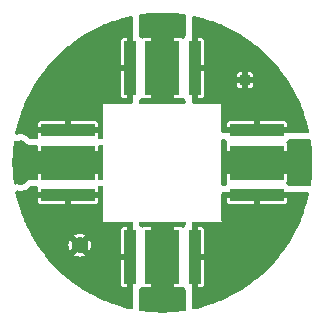
<source format=gbr>
%TF.GenerationSoftware,KiCad,Pcbnew,7.0.7*%
%TF.CreationDate,2024-01-24T10:18:05-05:00*%
%TF.ProjectId,LED_board,4c45445f-626f-4617-9264-2e6b69636164,rev?*%
%TF.SameCoordinates,Original*%
%TF.FileFunction,Copper,L1,Top*%
%TF.FilePolarity,Positive*%
%FSLAX46Y46*%
G04 Gerber Fmt 4.6, Leading zero omitted, Abs format (unit mm)*
G04 Created by KiCad (PCBNEW 7.0.7) date 2024-01-24 10:18:05*
%MOMM*%
%LPD*%
G01*
G04 APERTURE LIST*
%TA.AperFunction,ComponentPad*%
%ADD10C,1.400000*%
%TD*%
%TA.AperFunction,ComponentPad*%
%ADD11R,0.850000X0.850000*%
%TD*%
%TA.AperFunction,SMDPad,CuDef*%
%ADD12R,1.000000X4.600000*%
%TD*%
%TA.AperFunction,SMDPad,CuDef*%
%ADD13R,3.000000X4.600000*%
%TD*%
%TA.AperFunction,SMDPad,CuDef*%
%ADD14R,4.600000X1.000000*%
%TD*%
%TA.AperFunction,SMDPad,CuDef*%
%ADD15R,4.600000X3.000000*%
%TD*%
%TA.AperFunction,ViaPad*%
%ADD16C,0.800000*%
%TD*%
G04 APERTURE END LIST*
D10*
%TO.P,J1,1,Pin_1*%
%TO.N,/Vin*%
X93000000Y-107000000D03*
%TD*%
D11*
%TO.P,J2,1,Pin_1*%
%TO.N,/GND*%
X107000000Y-93000000D03*
%TD*%
D12*
%TO.P,D2,1*%
%TO.N,/GND*%
X102750000Y-92000000D03*
%TO.P,D2,2*%
%TO.N,Net-(D1-Pad1)*%
X97250000Y-92000000D03*
D13*
%TO.P,D2,3,EXP*%
%TO.N,unconnected-(D2-EXP-Pad3)*%
X100000000Y-92000000D03*
%TD*%
D14*
%TO.P,D4,1*%
%TO.N,/GND*%
X108000000Y-97250000D03*
%TO.P,D4,2*%
%TO.N,Net-(D3-Pad1)*%
X108000000Y-102750000D03*
D15*
%TO.P,D4,3,EXP*%
%TO.N,unconnected-(D4-EXP-Pad3)*%
X108000000Y-100000000D03*
%TD*%
D14*
%TO.P,D1,1*%
%TO.N,Net-(D1-Pad1)*%
X92000000Y-97250000D03*
%TO.P,D1,2*%
%TO.N,/Vin*%
X92000000Y-102750000D03*
D15*
%TO.P,D1,3,EXP*%
%TO.N,unconnected-(D1-EXP-Pad3)*%
X92000000Y-100000000D03*
%TD*%
D12*
%TO.P,D3,1*%
%TO.N,Net-(D3-Pad1)*%
X102750000Y-108000000D03*
%TO.P,D3,2*%
%TO.N,/Vin*%
X97250000Y-108000000D03*
D13*
%TO.P,D3,3,EXP*%
%TO.N,unconnected-(D3-EXP-Pad3)*%
X100000000Y-108000000D03*
%TD*%
D16*
%TO.N,unconnected-(D3-EXP-Pad3)*%
X99000000Y-111000000D03*
X100000000Y-111000000D03*
X101000000Y-111000000D03*
X101500000Y-112000000D03*
X100500000Y-112000000D03*
X99500000Y-112000000D03*
X98500000Y-112000000D03*
%TO.N,unconnected-(D4-EXP-Pad3)*%
X111000000Y-99000000D03*
X111000000Y-100000000D03*
X111000000Y-101000000D03*
X112000000Y-101500000D03*
X112000000Y-100500000D03*
X112000000Y-99500000D03*
X112000000Y-98500000D03*
%TO.N,unconnected-(D2-EXP-Pad3)*%
X99000000Y-89000000D03*
X100000000Y-89000000D03*
X101000000Y-89000000D03*
X101500000Y-88000000D03*
X100500000Y-88000000D03*
X99500000Y-88000000D03*
X98500000Y-88000000D03*
%TO.N,unconnected-(D1-EXP-Pad3)*%
X89000000Y-99000000D03*
X89000000Y-100000000D03*
X89000000Y-101000000D03*
X88000000Y-101500000D03*
X88000000Y-100500000D03*
X88000000Y-99500000D03*
X88000000Y-98500000D03*
%TD*%
%TA.AperFunction,Conductor*%
%TO.N,/Vin*%
G36*
X89410774Y-102019685D02*
G01*
X89456529Y-102072489D01*
X89466473Y-102141647D01*
X89465352Y-102148191D01*
X89450000Y-102225371D01*
X89450000Y-102500000D01*
X94550000Y-102500000D01*
X94550000Y-102225373D01*
X94549999Y-102225371D01*
X94534648Y-102148191D01*
X94540875Y-102078599D01*
X94583739Y-102023422D01*
X94649628Y-102000178D01*
X94656265Y-102000000D01*
X94875500Y-102000000D01*
X94942539Y-102019685D01*
X94988294Y-102072489D01*
X94999500Y-102124000D01*
X94999500Y-104975467D01*
X94999416Y-104975889D01*
X94999459Y-105000001D01*
X94999500Y-105000099D01*
X94999616Y-105000382D01*
X94999618Y-105000384D01*
X94999808Y-105000462D01*
X95000000Y-105000541D01*
X95000002Y-105000539D01*
X95024616Y-105000524D01*
X95024616Y-105000528D01*
X95024760Y-105000500D01*
X97370500Y-105000500D01*
X97437539Y-105020185D01*
X97483294Y-105072989D01*
X97494500Y-105124499D01*
X97494500Y-105124500D01*
X97494500Y-105199875D01*
X97502532Y-105289627D01*
X97502531Y-105289626D01*
X97510351Y-105332967D01*
X97510352Y-105332968D01*
X97514247Y-105347167D01*
X97512999Y-105417026D01*
X97500000Y-105438496D01*
X97500000Y-110563302D01*
X97517484Y-110595322D01*
X97515375Y-110654557D01*
X97515586Y-110654599D01*
X97515326Y-110655918D01*
X97515303Y-110656588D01*
X97514982Y-110657683D01*
X97514976Y-110657705D01*
X97494500Y-110800124D01*
X97494500Y-112293734D01*
X97474815Y-112360773D01*
X97422011Y-112406528D01*
X97352853Y-112416472D01*
X97346309Y-112415351D01*
X97243948Y-112394991D01*
X97105123Y-112363305D01*
X96553312Y-112220964D01*
X96416447Y-112181534D01*
X95873481Y-112008475D01*
X95739080Y-111961446D01*
X95206648Y-111758206D01*
X95173542Y-111744493D01*
X95075098Y-111703716D01*
X94554901Y-111470942D01*
X94426616Y-111409164D01*
X93920300Y-111147595D01*
X93857978Y-111113151D01*
X93795665Y-111078712D01*
X93304809Y-110789163D01*
X93270566Y-110767647D01*
X93184238Y-110713403D01*
X92712077Y-110397916D01*
X92710380Y-110396782D01*
X92594257Y-110314388D01*
X92461456Y-110214445D01*
X92138902Y-109971699D01*
X92027558Y-109882903D01*
X91592161Y-109515244D01*
X91485966Y-109420343D01*
X91071869Y-109028849D01*
X90971150Y-108928130D01*
X90579656Y-108514033D01*
X90484755Y-108407838D01*
X90351473Y-108250000D01*
X96500000Y-108250000D01*
X96500000Y-110324628D01*
X96514503Y-110397540D01*
X96514505Y-110397544D01*
X96569760Y-110480239D01*
X96652455Y-110535494D01*
X96652459Y-110535496D01*
X96725371Y-110549999D01*
X96725374Y-110550000D01*
X97000000Y-110550000D01*
X97000000Y-108250000D01*
X96500000Y-108250000D01*
X90351473Y-108250000D01*
X90117096Y-107972441D01*
X90044915Y-107881931D01*
X90028301Y-107861098D01*
X89685609Y-107405739D01*
X89646394Y-107350471D01*
X89603225Y-107289631D01*
X89409700Y-107000000D01*
X92045403Y-107000000D01*
X92063744Y-107186230D01*
X92118069Y-107365313D01*
X92174868Y-107471577D01*
X92462580Y-107183865D01*
X92523903Y-107150380D01*
X92593594Y-107155364D01*
X92649528Y-107197235D01*
X92660742Y-107215246D01*
X92667296Y-107228109D01*
X92672358Y-107238044D01*
X92672363Y-107238050D01*
X92761949Y-107327636D01*
X92761951Y-107327637D01*
X92761955Y-107327641D01*
X92784747Y-107339254D01*
X92835542Y-107387228D01*
X92852337Y-107455049D01*
X92829799Y-107521184D01*
X92816132Y-107537419D01*
X92528421Y-107825129D01*
X92634688Y-107881931D01*
X92813769Y-107936255D01*
X93000000Y-107954596D01*
X93186230Y-107936255D01*
X93365311Y-107881931D01*
X93471577Y-107825130D01*
X93396447Y-107750000D01*
X96500000Y-107750000D01*
X97000000Y-107750000D01*
X97000000Y-105450000D01*
X96725373Y-105450000D01*
X96652459Y-105464503D01*
X96652455Y-105464505D01*
X96569760Y-105519760D01*
X96514505Y-105602455D01*
X96514503Y-105602459D01*
X96500000Y-105675371D01*
X96500000Y-107750000D01*
X93396447Y-107750000D01*
X93183866Y-107537419D01*
X93150381Y-107476096D01*
X93155365Y-107406404D01*
X93197237Y-107350471D01*
X93215245Y-107339258D01*
X93238045Y-107327641D01*
X93327641Y-107238045D01*
X93339254Y-107215252D01*
X93387225Y-107164458D01*
X93455046Y-107147661D01*
X93521181Y-107170197D01*
X93537419Y-107183866D01*
X93825130Y-107471577D01*
X93881931Y-107365311D01*
X93936255Y-107186230D01*
X93954596Y-107000000D01*
X93936255Y-106813769D01*
X93881931Y-106634688D01*
X93825129Y-106528421D01*
X93537419Y-106816132D01*
X93476096Y-106849617D01*
X93406404Y-106844633D01*
X93350471Y-106802761D01*
X93339256Y-106784751D01*
X93327641Y-106761955D01*
X93327637Y-106761951D01*
X93327636Y-106761949D01*
X93238050Y-106672363D01*
X93238044Y-106672358D01*
X93228109Y-106667296D01*
X93215250Y-106660744D01*
X93164456Y-106612773D01*
X93147660Y-106544952D01*
X93170197Y-106478817D01*
X93183865Y-106462580D01*
X93471577Y-106174868D01*
X93365313Y-106118069D01*
X93186230Y-106063744D01*
X93000000Y-106045403D01*
X92813769Y-106063744D01*
X92634692Y-106118067D01*
X92528422Y-106174869D01*
X92816133Y-106462580D01*
X92849618Y-106523903D01*
X92844634Y-106593595D01*
X92802762Y-106649528D01*
X92784748Y-106660745D01*
X92761956Y-106672358D01*
X92761949Y-106672363D01*
X92672363Y-106761949D01*
X92672358Y-106761956D01*
X92660745Y-106784748D01*
X92612770Y-106835544D01*
X92544949Y-106852338D01*
X92478814Y-106829800D01*
X92462580Y-106816133D01*
X92174869Y-106528422D01*
X92118067Y-106634692D01*
X92063744Y-106813769D01*
X92045403Y-107000000D01*
X89409700Y-107000000D01*
X89311036Y-106852338D01*
X89286596Y-106815761D01*
X89252783Y-106761949D01*
X89210845Y-106695206D01*
X88921285Y-106204330D01*
X88873610Y-106118069D01*
X88852417Y-106079725D01*
X88590832Y-105573378D01*
X88529057Y-105445098D01*
X88338920Y-105020185D01*
X88296277Y-104924887D01*
X88241787Y-104793335D01*
X88038545Y-104260898D01*
X87991524Y-104126516D01*
X87818464Y-103583549D01*
X87779035Y-103446687D01*
X87663811Y-103000000D01*
X89450000Y-103000000D01*
X89450000Y-103274628D01*
X89464503Y-103347540D01*
X89464505Y-103347544D01*
X89519760Y-103430239D01*
X89602455Y-103485494D01*
X89602459Y-103485496D01*
X89675371Y-103499999D01*
X89675374Y-103500000D01*
X91750000Y-103500000D01*
X91750000Y-103000000D01*
X92250000Y-103000000D01*
X92250000Y-103500000D01*
X94324626Y-103500000D01*
X94324628Y-103499999D01*
X94397540Y-103485496D01*
X94397544Y-103485494D01*
X94480239Y-103430239D01*
X94535494Y-103347544D01*
X94535496Y-103347540D01*
X94549999Y-103274628D01*
X94550000Y-103274626D01*
X94550000Y-103000000D01*
X92250000Y-103000000D01*
X91750000Y-103000000D01*
X89450000Y-103000000D01*
X87663811Y-103000000D01*
X87636694Y-102894876D01*
X87605008Y-102756051D01*
X87554343Y-102501340D01*
X87560570Y-102431752D01*
X87603433Y-102376574D01*
X87669323Y-102353330D01*
X87714276Y-102359220D01*
X87720200Y-102361145D01*
X87836897Y-102385949D01*
X87905354Y-102400500D01*
X87905355Y-102400500D01*
X88094644Y-102400500D01*
X88094646Y-102400500D01*
X88279803Y-102361144D01*
X88452730Y-102284151D01*
X88605871Y-102172888D01*
X88724598Y-102041028D01*
X88784086Y-102004379D01*
X88816749Y-102000000D01*
X89343735Y-102000000D01*
X89410774Y-102019685D01*
G37*
%TD.AperFunction*%
%TD*%
%TA.AperFunction,Conductor*%
%TO.N,/GND*%
G36*
X102653648Y-87584638D02*
G01*
X102756040Y-87605005D01*
X102894849Y-87636687D01*
X103409401Y-87769417D01*
X103446687Y-87779035D01*
X103583549Y-87818464D01*
X104126516Y-87991524D01*
X104260898Y-88038545D01*
X104793347Y-88241792D01*
X104924887Y-88296277D01*
X105247488Y-88440631D01*
X105445098Y-88529057D01*
X105573378Y-88590832D01*
X106079725Y-88852417D01*
X106204330Y-88921285D01*
X106695206Y-89210845D01*
X106769218Y-89257350D01*
X106815761Y-89286596D01*
X106903831Y-89345442D01*
X107289631Y-89603225D01*
X107391310Y-89675371D01*
X107405739Y-89685609D01*
X107861098Y-90028301D01*
X107898054Y-90057773D01*
X107972441Y-90117096D01*
X108407838Y-90484755D01*
X108514033Y-90579656D01*
X108928130Y-90971150D01*
X109028849Y-91071869D01*
X109420343Y-91485966D01*
X109515244Y-91592161D01*
X109882903Y-92027558D01*
X109971699Y-92138902D01*
X110214445Y-92461456D01*
X110314388Y-92594257D01*
X110396782Y-92710380D01*
X110423255Y-92750000D01*
X110713403Y-93184238D01*
X110789154Y-93304794D01*
X110819516Y-93356264D01*
X111078712Y-93795665D01*
X111147586Y-93920282D01*
X111258125Y-94134250D01*
X111409164Y-94426616D01*
X111470942Y-94554901D01*
X111703720Y-95075106D01*
X111758206Y-95206648D01*
X111961446Y-95739080D01*
X112008475Y-95873481D01*
X112181534Y-96416447D01*
X112220964Y-96553312D01*
X112363305Y-97105123D01*
X112394991Y-97243948D01*
X112415352Y-97346308D01*
X112409125Y-97415900D01*
X112366262Y-97471077D01*
X112300373Y-97494322D01*
X112293735Y-97494500D01*
X110800124Y-97494500D01*
X110789145Y-97495482D01*
X110710376Y-97502531D01*
X110667051Y-97510347D01*
X110667044Y-97510349D01*
X110667042Y-97510349D01*
X110667039Y-97510350D01*
X110662806Y-97511510D01*
X110652826Y-97514248D01*
X110582968Y-97512998D01*
X110561502Y-97500000D01*
X105436697Y-97500000D01*
X105404674Y-97517485D01*
X105345441Y-97515375D01*
X105345400Y-97515586D01*
X105344080Y-97515326D01*
X105343411Y-97515303D01*
X105342316Y-97514982D01*
X105342293Y-97514976D01*
X105280230Y-97506053D01*
X105199876Y-97494500D01*
X105124500Y-97494500D01*
X105057461Y-97474815D01*
X105011706Y-97422011D01*
X105000500Y-97370500D01*
X105000500Y-97000000D01*
X105450000Y-97000000D01*
X107750000Y-97000000D01*
X107750000Y-96500000D01*
X108250000Y-96500000D01*
X108250000Y-97000000D01*
X110550000Y-97000000D01*
X110550000Y-96725373D01*
X110549999Y-96725371D01*
X110535496Y-96652459D01*
X110535494Y-96652455D01*
X110480239Y-96569760D01*
X110397544Y-96514505D01*
X110397540Y-96514503D01*
X110324627Y-96500000D01*
X108250000Y-96500000D01*
X107750000Y-96500000D01*
X105675373Y-96500000D01*
X105602459Y-96514503D01*
X105602455Y-96514505D01*
X105519760Y-96569760D01*
X105464505Y-96652455D01*
X105464503Y-96652459D01*
X105450000Y-96725371D01*
X105450000Y-97000000D01*
X105000500Y-97000000D01*
X105000499Y-95008337D01*
X105000539Y-95000002D01*
X105000541Y-95000000D01*
X105000383Y-94999617D01*
X105000382Y-94999616D01*
X105000099Y-94999500D01*
X105000000Y-94999459D01*
X104975446Y-94999459D01*
X104975240Y-94999500D01*
X102629500Y-94999500D01*
X102562461Y-94979815D01*
X102516706Y-94927011D01*
X102505500Y-94875500D01*
X102505500Y-94800124D01*
X102497469Y-94710376D01*
X102497469Y-94710375D01*
X102489652Y-94667041D01*
X102489652Y-94667042D01*
X102485754Y-94652834D01*
X102487000Y-94582975D01*
X102500000Y-94561503D01*
X102500000Y-92250000D01*
X103000000Y-92250000D01*
X103000000Y-94550000D01*
X103274626Y-94550000D01*
X103274628Y-94549999D01*
X103347540Y-94535496D01*
X103347544Y-94535494D01*
X103430239Y-94480239D01*
X103485494Y-94397544D01*
X103485496Y-94397540D01*
X103499999Y-94324628D01*
X103500000Y-94324626D01*
X103500000Y-93449628D01*
X106325000Y-93449628D01*
X106339503Y-93522540D01*
X106339505Y-93522544D01*
X106394760Y-93605239D01*
X106477455Y-93660494D01*
X106477459Y-93660496D01*
X106550371Y-93674999D01*
X106550374Y-93675000D01*
X106750000Y-93675000D01*
X106750000Y-93356264D01*
X106769685Y-93289225D01*
X106822489Y-93243470D01*
X106891647Y-93233526D01*
X106898192Y-93234647D01*
X106975373Y-93250000D01*
X106975376Y-93250000D01*
X107024626Y-93250000D01*
X107101808Y-93234647D01*
X107171400Y-93240874D01*
X107226577Y-93283736D01*
X107249822Y-93349626D01*
X107250000Y-93356264D01*
X107250000Y-93675000D01*
X107449626Y-93675000D01*
X107449628Y-93674999D01*
X107522540Y-93660496D01*
X107522544Y-93660494D01*
X107605239Y-93605239D01*
X107660494Y-93522544D01*
X107660496Y-93522540D01*
X107674999Y-93449628D01*
X107675000Y-93449626D01*
X107675000Y-93250000D01*
X107356265Y-93250000D01*
X107289226Y-93230315D01*
X107243471Y-93177511D01*
X107233527Y-93108353D01*
X107234647Y-93101809D01*
X107237535Y-93087284D01*
X107254898Y-93000000D01*
X107235495Y-92902455D01*
X107234647Y-92898191D01*
X107240875Y-92828599D01*
X107283739Y-92773422D01*
X107349629Y-92750178D01*
X107356265Y-92750000D01*
X107675000Y-92750000D01*
X107675000Y-92550373D01*
X107674999Y-92550371D01*
X107660496Y-92477459D01*
X107660494Y-92477455D01*
X107605239Y-92394760D01*
X107522544Y-92339505D01*
X107522540Y-92339503D01*
X107449627Y-92325000D01*
X107250000Y-92325000D01*
X107250000Y-92643735D01*
X107230315Y-92710774D01*
X107177511Y-92756529D01*
X107108353Y-92766473D01*
X107101809Y-92765352D01*
X107024628Y-92750000D01*
X107024624Y-92750000D01*
X106975376Y-92750000D01*
X106975371Y-92750000D01*
X106898191Y-92765352D01*
X106828599Y-92759125D01*
X106773422Y-92716261D01*
X106750178Y-92650372D01*
X106750000Y-92643735D01*
X106750000Y-92325000D01*
X106550373Y-92325000D01*
X106477459Y-92339503D01*
X106477455Y-92339505D01*
X106394760Y-92394760D01*
X106339505Y-92477455D01*
X106339503Y-92477459D01*
X106325000Y-92550371D01*
X106325000Y-92750000D01*
X106643735Y-92750000D01*
X106710774Y-92769685D01*
X106756529Y-92822489D01*
X106766473Y-92891647D01*
X106765353Y-92898191D01*
X106745102Y-93000000D01*
X106765353Y-93101809D01*
X106759125Y-93171401D01*
X106716261Y-93226578D01*
X106650371Y-93249822D01*
X106643735Y-93250000D01*
X106325000Y-93250000D01*
X106325000Y-93449628D01*
X103500000Y-93449628D01*
X103500000Y-92250000D01*
X103000000Y-92250000D01*
X102500000Y-92250000D01*
X102500000Y-89450000D01*
X103000000Y-89450000D01*
X103000000Y-91750000D01*
X103500000Y-91750000D01*
X103500000Y-89675373D01*
X103499999Y-89675371D01*
X103485496Y-89602459D01*
X103485494Y-89602455D01*
X103430239Y-89519760D01*
X103347544Y-89464505D01*
X103347540Y-89464503D01*
X103274627Y-89450000D01*
X103000000Y-89450000D01*
X102500000Y-89450000D01*
X102500000Y-89436699D01*
X102482514Y-89404676D01*
X102484637Y-89345442D01*
X102484414Y-89345399D01*
X102484689Y-89343994D01*
X102484712Y-89343351D01*
X102485023Y-89342295D01*
X102485024Y-89342291D01*
X102505500Y-89199875D01*
X102505499Y-87706262D01*
X102525184Y-87639224D01*
X102577987Y-87593469D01*
X102647146Y-87583525D01*
X102653648Y-87584638D01*
G37*
%TD.AperFunction*%
%TD*%
%TA.AperFunction,Conductor*%
%TO.N,Net-(D3-Pad1)*%
G36*
X110654557Y-102484628D02*
G01*
X110654600Y-102484414D01*
X110655945Y-102484678D01*
X110656610Y-102484702D01*
X110657695Y-102485021D01*
X110657704Y-102485023D01*
X110657708Y-102485024D01*
X110800124Y-102505500D01*
X110800127Y-102505500D01*
X112293734Y-102505500D01*
X112360773Y-102525185D01*
X112406528Y-102577989D01*
X112416472Y-102647147D01*
X112415351Y-102653691D01*
X112394991Y-102756052D01*
X112363305Y-102894876D01*
X112220964Y-103446687D01*
X112181534Y-103583552D01*
X112008475Y-104126518D01*
X111961446Y-104260919D01*
X111758206Y-104793351D01*
X111703720Y-104924893D01*
X111470942Y-105445098D01*
X111409164Y-105573383D01*
X111147591Y-106079708D01*
X111078712Y-106204334D01*
X110789159Y-106695198D01*
X110713403Y-106815761D01*
X110396784Y-107289616D01*
X110314388Y-107405742D01*
X109971706Y-107861088D01*
X109882903Y-107972441D01*
X109515244Y-108407838D01*
X109420343Y-108514033D01*
X109028849Y-108928130D01*
X108928130Y-109028849D01*
X108514033Y-109420343D01*
X108407838Y-109515244D01*
X107972441Y-109882903D01*
X107861088Y-109971706D01*
X107405742Y-110314388D01*
X107289616Y-110396784D01*
X106815761Y-110713403D01*
X106695198Y-110789159D01*
X106204334Y-111078712D01*
X106079708Y-111147591D01*
X105573383Y-111409164D01*
X105445098Y-111470942D01*
X104924893Y-111703720D01*
X104793351Y-111758206D01*
X104260919Y-111961446D01*
X104126518Y-112008475D01*
X103583552Y-112181534D01*
X103446687Y-112220964D01*
X102894876Y-112363305D01*
X102756046Y-112394992D01*
X102653690Y-112415351D01*
X102584098Y-112409124D01*
X102528921Y-112366260D01*
X102505677Y-112300370D01*
X102505499Y-112293734D01*
X102505500Y-110800124D01*
X102497469Y-110710376D01*
X102497469Y-110710375D01*
X102489652Y-110667041D01*
X102489652Y-110667042D01*
X102485754Y-110652834D01*
X102487000Y-110582975D01*
X102500000Y-110561503D01*
X102500000Y-108250000D01*
X103000000Y-108250000D01*
X103000000Y-110550000D01*
X103274626Y-110550000D01*
X103274628Y-110549999D01*
X103347540Y-110535496D01*
X103347544Y-110535494D01*
X103430239Y-110480239D01*
X103485494Y-110397544D01*
X103485496Y-110397540D01*
X103499999Y-110324628D01*
X103500000Y-110324626D01*
X103500000Y-108250000D01*
X103000000Y-108250000D01*
X102500000Y-108250000D01*
X102500000Y-105450000D01*
X103000000Y-105450000D01*
X103000000Y-107750000D01*
X103500000Y-107750000D01*
X103500000Y-105675373D01*
X103499999Y-105675371D01*
X103485496Y-105602459D01*
X103485494Y-105602455D01*
X103430239Y-105519760D01*
X103347544Y-105464505D01*
X103347540Y-105464503D01*
X103274627Y-105450000D01*
X103000000Y-105450000D01*
X102500000Y-105450000D01*
X102500000Y-105436699D01*
X102482514Y-105404676D01*
X102484637Y-105345442D01*
X102484414Y-105345399D01*
X102484689Y-105343994D01*
X102484712Y-105343351D01*
X102485023Y-105342295D01*
X102485024Y-105342291D01*
X102505500Y-105199875D01*
X102505500Y-105124500D01*
X102525185Y-105057461D01*
X102577989Y-105011706D01*
X102629500Y-105000500D01*
X104975240Y-105000500D01*
X104975383Y-105000528D01*
X104975384Y-105000524D01*
X104999997Y-105000539D01*
X105000000Y-105000541D01*
X105000383Y-105000383D01*
X105000500Y-105000099D01*
X105000499Y-105000099D01*
X105000541Y-105000000D01*
X105000540Y-104999998D01*
X105006892Y-104985028D01*
X105000521Y-104964747D01*
X105000499Y-104962417D01*
X105000500Y-103000000D01*
X105450000Y-103000000D01*
X105450000Y-103274628D01*
X105464503Y-103347540D01*
X105464505Y-103347544D01*
X105519760Y-103430239D01*
X105602455Y-103485494D01*
X105602459Y-103485496D01*
X105675371Y-103499999D01*
X105675374Y-103500000D01*
X107750000Y-103500000D01*
X107750000Y-103000000D01*
X108250000Y-103000000D01*
X108250000Y-103500000D01*
X110324626Y-103500000D01*
X110324628Y-103499999D01*
X110397540Y-103485496D01*
X110397544Y-103485494D01*
X110480239Y-103430239D01*
X110535494Y-103347544D01*
X110535496Y-103347540D01*
X110549999Y-103274628D01*
X110550000Y-103274626D01*
X110550000Y-103000000D01*
X108250000Y-103000000D01*
X107750000Y-103000000D01*
X105450000Y-103000000D01*
X105000500Y-103000000D01*
X105000500Y-102629500D01*
X105020185Y-102562460D01*
X105072989Y-102516706D01*
X105124500Y-102505500D01*
X105199875Y-102505500D01*
X105199876Y-102505500D01*
X105210854Y-102504517D01*
X105289624Y-102497469D01*
X105332958Y-102489651D01*
X105337027Y-102488534D01*
X105347162Y-102485754D01*
X105417019Y-102486998D01*
X105438495Y-102500000D01*
X110563300Y-102500000D01*
X110595319Y-102482515D01*
X110654557Y-102484628D01*
G37*
%TD.AperFunction*%
%TD*%
%TA.AperFunction,Conductor*%
%TO.N,Net-(D1-Pad1)*%
G36*
X97415900Y-87590874D02*
G01*
X97471078Y-87633737D01*
X97494322Y-87699627D01*
X97494500Y-87706263D01*
X97494500Y-89199875D01*
X97502532Y-89289627D01*
X97502531Y-89289626D01*
X97510351Y-89332967D01*
X97510352Y-89332968D01*
X97514247Y-89347167D01*
X97512999Y-89417026D01*
X97500000Y-89438496D01*
X97500000Y-94563302D01*
X97517484Y-94595322D01*
X97515375Y-94654557D01*
X97515586Y-94654599D01*
X97515326Y-94655918D01*
X97515303Y-94656588D01*
X97514982Y-94657683D01*
X97514976Y-94657705D01*
X97494500Y-94800124D01*
X97494500Y-94875500D01*
X97474815Y-94942539D01*
X97422011Y-94988294D01*
X97370500Y-94999500D01*
X95024760Y-94999500D01*
X95024554Y-94999459D01*
X95000000Y-94999459D01*
X94999901Y-94999500D01*
X94999617Y-94999616D01*
X94999615Y-94999618D01*
X94999459Y-94999999D01*
X94999476Y-95024616D01*
X94999471Y-95024616D01*
X94999500Y-95024759D01*
X94999500Y-97876000D01*
X94979815Y-97943039D01*
X94927011Y-97988794D01*
X94875500Y-98000000D01*
X94656265Y-98000000D01*
X94589226Y-97980315D01*
X94543471Y-97927511D01*
X94533527Y-97858353D01*
X94534648Y-97851809D01*
X94549999Y-97774628D01*
X94550000Y-97774626D01*
X94550000Y-97500000D01*
X89450000Y-97500000D01*
X89450000Y-97774628D01*
X89465352Y-97851809D01*
X89459125Y-97921401D01*
X89416261Y-97976578D01*
X89350372Y-97999822D01*
X89343735Y-98000000D01*
X88816749Y-98000000D01*
X88749710Y-97980315D01*
X88724599Y-97958972D01*
X88605870Y-97827111D01*
X88452734Y-97715851D01*
X88452729Y-97715848D01*
X88279807Y-97638857D01*
X88279802Y-97638855D01*
X88128444Y-97606684D01*
X88094646Y-97599500D01*
X87905354Y-97599500D01*
X87871556Y-97606684D01*
X87720188Y-97638857D01*
X87714267Y-97640781D01*
X87644426Y-97642770D01*
X87584597Y-97606684D01*
X87553774Y-97543981D01*
X87554342Y-97498659D01*
X87605012Y-97243927D01*
X87636686Y-97105152D01*
X87663810Y-97000000D01*
X89450000Y-97000000D01*
X91750000Y-97000000D01*
X91750000Y-96500000D01*
X92250000Y-96500000D01*
X92250000Y-97000000D01*
X94550000Y-97000000D01*
X94550000Y-96725373D01*
X94549999Y-96725371D01*
X94535496Y-96652459D01*
X94535494Y-96652455D01*
X94480239Y-96569760D01*
X94397544Y-96514505D01*
X94397540Y-96514503D01*
X94324627Y-96500000D01*
X92250000Y-96500000D01*
X91750000Y-96500000D01*
X89675373Y-96500000D01*
X89602459Y-96514503D01*
X89602455Y-96514505D01*
X89519760Y-96569760D01*
X89464505Y-96652455D01*
X89464503Y-96652459D01*
X89450000Y-96725371D01*
X89450000Y-97000000D01*
X87663810Y-97000000D01*
X87779036Y-96553305D01*
X87818465Y-96416447D01*
X87991532Y-95873455D01*
X88038539Y-95739118D01*
X88241797Y-95206639D01*
X88296266Y-95075136D01*
X88529057Y-94554901D01*
X88565012Y-94480239D01*
X88590823Y-94426639D01*
X88852429Y-93920252D01*
X88921268Y-93795697D01*
X89210854Y-93304778D01*
X89286590Y-93184247D01*
X89603231Y-92710359D01*
X89685593Y-92594281D01*
X89944691Y-92250000D01*
X96500000Y-92250000D01*
X96500000Y-94324628D01*
X96514503Y-94397540D01*
X96514505Y-94397544D01*
X96569760Y-94480239D01*
X96652455Y-94535494D01*
X96652459Y-94535496D01*
X96725371Y-94549999D01*
X96725374Y-94550000D01*
X97000000Y-94550000D01*
X97000000Y-92250000D01*
X96500000Y-92250000D01*
X89944691Y-92250000D01*
X90028305Y-92138896D01*
X90117096Y-92027558D01*
X90205841Y-91922462D01*
X90351472Y-91750000D01*
X96500000Y-91750000D01*
X97000000Y-91750000D01*
X97000000Y-89450000D01*
X96725373Y-89450000D01*
X96652459Y-89464503D01*
X96652455Y-89464505D01*
X96569760Y-89519760D01*
X96514505Y-89602455D01*
X96514503Y-89602459D01*
X96500000Y-89675371D01*
X96500000Y-91750000D01*
X90351472Y-91750000D01*
X90484764Y-91592151D01*
X90579646Y-91485977D01*
X90971167Y-91071851D01*
X91071851Y-90971167D01*
X91485977Y-90579646D01*
X91592151Y-90484764D01*
X92027558Y-90117096D01*
X92052828Y-90096943D01*
X92138896Y-90028305D01*
X92594281Y-89685593D01*
X92710359Y-89603231D01*
X93184243Y-89286592D01*
X93304778Y-89210854D01*
X93795697Y-88921268D01*
X93920252Y-88852429D01*
X94426639Y-88590823D01*
X94554901Y-88529057D01*
X94592852Y-88512074D01*
X95075136Y-88296266D01*
X95206639Y-88241797D01*
X95739118Y-88038539D01*
X95873455Y-87991532D01*
X96416484Y-87818453D01*
X96553296Y-87779039D01*
X97105152Y-87636686D01*
X97243927Y-87605012D01*
X97346310Y-87584647D01*
X97415900Y-87590874D01*
G37*
%TD.AperFunction*%
%TD*%
%TA.AperFunction,Conductor*%
%TO.N,unconnected-(D1-EXP-Pad3)*%
G36*
X88054264Y-98107709D02*
G01*
X88109988Y-98119553D01*
X88134640Y-98127563D01*
X88186679Y-98150732D01*
X88209121Y-98163689D01*
X88230842Y-98179470D01*
X88255218Y-98197180D01*
X88274481Y-98214525D01*
X88360214Y-98309739D01*
X88360215Y-98309740D01*
X88384386Y-98333230D01*
X88384385Y-98333229D01*
X88422336Y-98365486D01*
X88422345Y-98365493D01*
X88422344Y-98365493D01*
X88447192Y-98383909D01*
X88476413Y-98405567D01*
X88607290Y-98465338D01*
X88645399Y-98476528D01*
X88674324Y-98485022D01*
X88674329Y-98485023D01*
X88674333Y-98485024D01*
X88816749Y-98505500D01*
X88816752Y-98505500D01*
X89326000Y-98505500D01*
X89393039Y-98525185D01*
X89438794Y-98577989D01*
X89450000Y-98629500D01*
X89450000Y-99000000D01*
X94550000Y-99000000D01*
X94550000Y-98629500D01*
X94569685Y-98562461D01*
X94622489Y-98516706D01*
X94674000Y-98505500D01*
X94875500Y-98505500D01*
X94942539Y-98525185D01*
X94988294Y-98577989D01*
X94999500Y-98629500D01*
X94999500Y-101370500D01*
X94979815Y-101437539D01*
X94927011Y-101483294D01*
X94875500Y-101494500D01*
X94674000Y-101494500D01*
X94606961Y-101474815D01*
X94561206Y-101422011D01*
X94550000Y-101370500D01*
X94550000Y-101000000D01*
X89450000Y-101000000D01*
X89450000Y-101370500D01*
X89430315Y-101437539D01*
X89377511Y-101483294D01*
X89326000Y-101494500D01*
X88799901Y-101494500D01*
X88766279Y-101496744D01*
X88766274Y-101496744D01*
X88716916Y-101503362D01*
X88683924Y-101510046D01*
X88650932Y-101516731D01*
X88609604Y-101534662D01*
X88518946Y-101573995D01*
X88518933Y-101574002D01*
X88459448Y-101610649D01*
X88459447Y-101610650D01*
X88348935Y-101702785D01*
X88274485Y-101785469D01*
X88255222Y-101802813D01*
X88209128Y-101836303D01*
X88186677Y-101849266D01*
X88134638Y-101872435D01*
X88109986Y-101880445D01*
X88072790Y-101888352D01*
X88054263Y-101892290D01*
X88028482Y-101895000D01*
X87971514Y-101895000D01*
X87945733Y-101892290D01*
X87785998Y-101858337D01*
X87782816Y-101858063D01*
X87782776Y-101858374D01*
X87735002Y-101852114D01*
X87675988Y-101849848D01*
X87642271Y-101848554D01*
X87642270Y-101848554D01*
X87642267Y-101848554D01*
X87574731Y-101861987D01*
X87505140Y-101855758D01*
X87449963Y-101812894D01*
X87427760Y-101757707D01*
X87390306Y-101492404D01*
X87382375Y-101422011D01*
X87374365Y-101350925D01*
X87326463Y-100783014D01*
X87318481Y-100640890D01*
X87302498Y-100071210D01*
X87302498Y-99928789D01*
X87318481Y-99359132D01*
X87326462Y-99216993D01*
X87374368Y-98649047D01*
X87390307Y-98507588D01*
X87427647Y-98243094D01*
X87456508Y-98179470D01*
X87515189Y-98141546D01*
X87564573Y-98137243D01*
X87658816Y-98148065D01*
X87728657Y-98146076D01*
X87728714Y-98146075D01*
X87772579Y-98138482D01*
X87791009Y-98140596D01*
X87825283Y-98133310D01*
X87825284Y-98133311D01*
X87945732Y-98107709D01*
X87971511Y-98105000D01*
X88028484Y-98105000D01*
X88054264Y-98107709D01*
G37*
%TD.AperFunction*%
%TD*%
%TA.AperFunction,Conductor*%
%TO.N,unconnected-(D2-EXP-Pad3)*%
G36*
X100640890Y-87318481D02*
G01*
X100783014Y-87326463D01*
X101350925Y-87374365D01*
X101492386Y-87390303D01*
X101893336Y-87446908D01*
X101956962Y-87475770D01*
X101994887Y-87534452D01*
X101999999Y-87569690D01*
X102000000Y-89199875D01*
X101980315Y-89266914D01*
X101950312Y-89299141D01*
X101892454Y-89342454D01*
X101803654Y-89461074D01*
X101747720Y-89502944D01*
X101678028Y-89507928D01*
X101635497Y-89489864D01*
X101597544Y-89464505D01*
X101597540Y-89464503D01*
X101524627Y-89450000D01*
X101000000Y-89450000D01*
X101000000Y-94550000D01*
X101524626Y-94550000D01*
X101524628Y-94549999D01*
X101597540Y-94535496D01*
X101597545Y-94535494D01*
X101635496Y-94510136D01*
X101702173Y-94489257D01*
X101769553Y-94507741D01*
X101803655Y-94538926D01*
X101806204Y-94542331D01*
X101892454Y-94657546D01*
X101950311Y-94700858D01*
X101992182Y-94756789D01*
X102000000Y-94800123D01*
X102000000Y-94875500D01*
X101980315Y-94942539D01*
X101927511Y-94988294D01*
X101876000Y-94999500D01*
X98124000Y-94999500D01*
X98056961Y-94979815D01*
X98011206Y-94927011D01*
X98000000Y-94875500D01*
X98000000Y-94800123D01*
X98019685Y-94733084D01*
X98049686Y-94700859D01*
X98107546Y-94657546D01*
X98193796Y-94542331D01*
X98193796Y-94542328D01*
X98196344Y-94538926D01*
X98252278Y-94497055D01*
X98321969Y-94492071D01*
X98364502Y-94510135D01*
X98402455Y-94535495D01*
X98402459Y-94535496D01*
X98475371Y-94549999D01*
X98475374Y-94550000D01*
X99000000Y-94550000D01*
X99000000Y-89450000D01*
X98475373Y-89450000D01*
X98402459Y-89464503D01*
X98402456Y-89464504D01*
X98364501Y-89489865D01*
X98297823Y-89510742D01*
X98230443Y-89492257D01*
X98196345Y-89461073D01*
X98107547Y-89342455D01*
X98049688Y-89299141D01*
X98007818Y-89243207D01*
X98000000Y-89199875D01*
X98000000Y-87569690D01*
X98019685Y-87502651D01*
X98072489Y-87456896D01*
X98106657Y-87446909D01*
X98507602Y-87390305D01*
X98649047Y-87374368D01*
X99216993Y-87326462D01*
X99359109Y-87318481D01*
X99928790Y-87302498D01*
X100071210Y-87302498D01*
X100640890Y-87318481D01*
G37*
%TD.AperFunction*%
%TD*%
%TA.AperFunction,Conductor*%
%TO.N,unconnected-(D4-EXP-Pad3)*%
G36*
X105266915Y-98019685D02*
G01*
X105299140Y-98049686D01*
X105342454Y-98107546D01*
X105364434Y-98124000D01*
X105461073Y-98196345D01*
X105502944Y-98252278D01*
X105507928Y-98321970D01*
X105489865Y-98364501D01*
X105464504Y-98402456D01*
X105464503Y-98402459D01*
X105450000Y-98475371D01*
X105450000Y-99000000D01*
X110550000Y-99000000D01*
X110550000Y-98475373D01*
X110549999Y-98475371D01*
X110535496Y-98402459D01*
X110535495Y-98402455D01*
X110510135Y-98364502D01*
X110489257Y-98297825D01*
X110507741Y-98230445D01*
X110538926Y-98196344D01*
X110542328Y-98193796D01*
X110542331Y-98193796D01*
X110657546Y-98107546D01*
X110700858Y-98049687D01*
X110756791Y-98007818D01*
X110800124Y-98000000D01*
X112430309Y-98000000D01*
X112497348Y-98019685D01*
X112543103Y-98072489D01*
X112553092Y-98106666D01*
X112609691Y-98507583D01*
X112625634Y-98649078D01*
X112673534Y-99216958D01*
X112681518Y-99359132D01*
X112699451Y-99998260D01*
X112699451Y-100001738D01*
X112681518Y-100640867D01*
X112673534Y-100783041D01*
X112625634Y-101350921D01*
X112609691Y-101492416D01*
X112572493Y-101755909D01*
X112553217Y-101892452D01*
X112553092Y-101893334D01*
X112524229Y-101956963D01*
X112465547Y-101994888D01*
X112430309Y-102000000D01*
X110800124Y-102000000D01*
X110733085Y-101980315D01*
X110700859Y-101950313D01*
X110657546Y-101892454D01*
X110634426Y-101875147D01*
X110538926Y-101803654D01*
X110497055Y-101747720D01*
X110492071Y-101678029D01*
X110510136Y-101635496D01*
X110535494Y-101597545D01*
X110535496Y-101597540D01*
X110549999Y-101524628D01*
X110550000Y-101524626D01*
X110550000Y-101000000D01*
X105450000Y-101000000D01*
X105450000Y-101524628D01*
X105464503Y-101597540D01*
X105464505Y-101597544D01*
X105489864Y-101635497D01*
X105510742Y-101702175D01*
X105492257Y-101769555D01*
X105461074Y-101803654D01*
X105342454Y-101892453D01*
X105341795Y-101893334D01*
X105299141Y-101950312D01*
X105243209Y-101992182D01*
X105199876Y-102000000D01*
X105124499Y-102000000D01*
X105057460Y-101980315D01*
X105011705Y-101927511D01*
X105000499Y-101876000D01*
X105000499Y-98124000D01*
X105020184Y-98056961D01*
X105072988Y-98011206D01*
X105124499Y-98000000D01*
X105199876Y-98000000D01*
X105266915Y-98019685D01*
G37*
%TD.AperFunction*%
%TD*%
%TA.AperFunction,Conductor*%
%TO.N,unconnected-(D3-EXP-Pad3)*%
G36*
X101943039Y-105020185D02*
G01*
X101988794Y-105072989D01*
X102000000Y-105124500D01*
X102000000Y-105199875D01*
X101980315Y-105266914D01*
X101950312Y-105299141D01*
X101892454Y-105342454D01*
X101803654Y-105461074D01*
X101747720Y-105502944D01*
X101678028Y-105507928D01*
X101635497Y-105489864D01*
X101597544Y-105464505D01*
X101597540Y-105464503D01*
X101524627Y-105450000D01*
X101000000Y-105450000D01*
X101000000Y-110550000D01*
X101524626Y-110550000D01*
X101524628Y-110549999D01*
X101597540Y-110535496D01*
X101597545Y-110535494D01*
X101635496Y-110510136D01*
X101702173Y-110489257D01*
X101769553Y-110507741D01*
X101803655Y-110538926D01*
X101806204Y-110542331D01*
X101892454Y-110657546D01*
X101950311Y-110700858D01*
X101992182Y-110756789D01*
X102000000Y-110800123D01*
X101999999Y-112430308D01*
X101980314Y-112497348D01*
X101927510Y-112543102D01*
X101893333Y-112553090D01*
X101492416Y-112609691D01*
X101350921Y-112625634D01*
X100783041Y-112673534D01*
X100640867Y-112681518D01*
X100071210Y-112697502D01*
X99928790Y-112697502D01*
X99359132Y-112681518D01*
X99216958Y-112673534D01*
X98649078Y-112625634D01*
X98507583Y-112609691D01*
X98106666Y-112553090D01*
X98043036Y-112524228D01*
X98005112Y-112465546D01*
X98000000Y-112430308D01*
X98000000Y-110800123D01*
X98019685Y-110733084D01*
X98049686Y-110700859D01*
X98107546Y-110657546D01*
X98193796Y-110542331D01*
X98193796Y-110542328D01*
X98196344Y-110538926D01*
X98252278Y-110497055D01*
X98321969Y-110492071D01*
X98364502Y-110510135D01*
X98402455Y-110535495D01*
X98402459Y-110535496D01*
X98475371Y-110549999D01*
X98475374Y-110550000D01*
X99000000Y-110550000D01*
X99000000Y-105450000D01*
X98475373Y-105450000D01*
X98402459Y-105464503D01*
X98402456Y-105464504D01*
X98364501Y-105489865D01*
X98297823Y-105510742D01*
X98230443Y-105492257D01*
X98196345Y-105461073D01*
X98107547Y-105342455D01*
X98049688Y-105299141D01*
X98007818Y-105243207D01*
X98000000Y-105199875D01*
X98000000Y-105124500D01*
X98019685Y-105057461D01*
X98072489Y-105011706D01*
X98124000Y-105000500D01*
X101876000Y-105000500D01*
X101943039Y-105020185D01*
G37*
%TD.AperFunction*%
%TD*%
M02*

</source>
